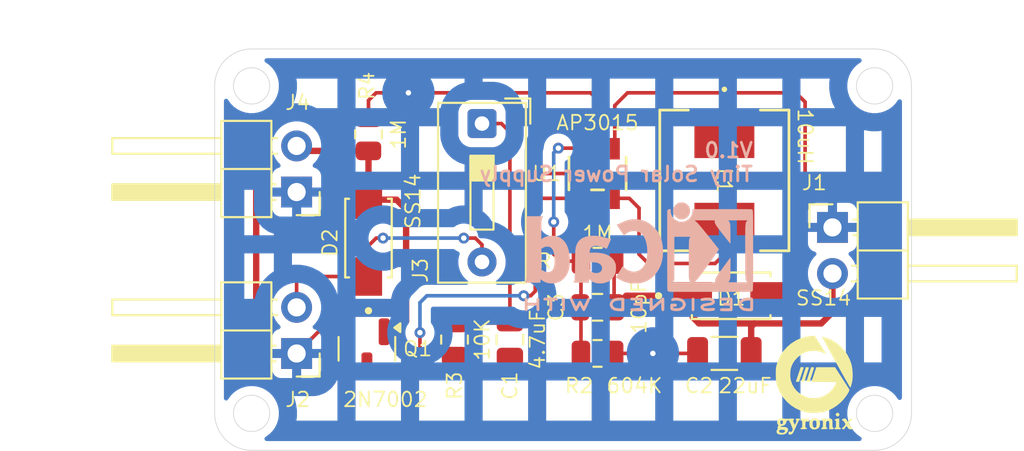
<source format=kicad_pcb>
(kicad_pcb (version 20241229) (generator "pcbnew") (generator_version "9.0")
  (layers (0 "F.Cu" signal "Front") (2 "B.Cu" signal "Back") (13 "F.Paste" user) (15 "B.Paste" user) (5 "F.SilkS" user "F.Silkscreen") (7 "B.SilkS" user "B.Silkscreen") (1 "F.Mask" user) (3 "B.Mask" user) (25 "Edge.Cuts" user))
  (net 0 "")
  (net 1 "GNDD")
  (net 2 "Net-(J3-Pin_1)")
  (net 3 "/OUT_P")
  (net 4 "Net-(U1-FB)")
  (net 5 "Net-(U1-SW)")
  (net 6 "/SOLAR_P")
  (net 7 "/BAT_P")
  (net 8 "Net-(Q1-D)")
  (footprint "Resistor_SMD:R_0805_2012Metric" (layer "F.Cu") (at 95.25 100.33)
    (property "Reference" "R2" (at -1.016 1.778 0) (layer "F.SilkS") (effects (font (size 0.8 0.8) (thickness 0.1))))
    (property "Value" "604K" (at 2.032 1.778 180) (layer "F.SilkS") (effects (font (size 0.8 0.8) (thickness 0.1))))
    (pad "1" smd roundrect (at -0.9125 0) (size 1.025 1.4) (layers "F.Cu" "F.Mask" "F.Paste") (roundrect_rratio 0.243902) (net 4 "Net-(U1-FB)"))
    (pad "2" smd roundrect (at 0.9125 0) (size 1.025 1.4) (layers "F.Cu" "F.Mask" "F.Paste") (roundrect_rratio 0.243902) (net 1 "GNDD"))
  )
  (footprint "Resistor_SMD:R_0805_2012Metric" (layer "F.Cu") (at 87.376 99.568 -90)
    (property "Reference" "R3" (at 2.54 0 270) (layer "F.SilkS") (effects (font (size 0.8 0.8) (thickness 0.1))))
    (property "Value" "10K" (at 0 -1.524 270) (layer "F.SilkS") (effects (font (size 0.8 0.8) (thickness 0.1))))
    (pad "1" smd roundrect (at -0.9125 0 270) (size 1.025 1.4) (layers "F.Cu" "F.Mask" "F.Paste") (roundrect_rratio 0.243902) (net 2 "Net-(J3-Pin_1)"))
    (pad "2" smd roundrect (at 0.9125 0 270) (size 1.025 1.4) (layers "F.Cu" "F.Mask" "F.Paste") (roundrect_rratio 0.243902) (net 8 "Net-(Q1-D)"))
  )
  (footprint "Connector_PinHeader_2.54mm:PinHeader_1x02_P2.54mm_Horizontal" (layer "F.Cu") (at 108.1878 93.3908)
    (property "Reference" "J1" (at -0.9998 -2.4588 0) (layer "F.SilkS") (effects (font (size 0.8 0.8) (thickness 0.1))))
    (property "Value" "Conn_01x02_Pin" (hide yes))
    (pad "1" thru_hole rect (at 0 0) (size 1.7 1.7) (drill 1) (layers "*.Cu" "*.Mask") (net 1 "GNDD"))
    (pad "2" thru_hole circle (at 0 2.54) (size 1.7 1.7) (drill 1) (layers "*.Cu" "*.Mask") (net 3 "/OUT_P"))
  )
  (footprint "Connector_PinHeader_2.54mm:PinHeader_1x02_P2.54mm_Horizontal" (layer "F.Cu") (at 78.68 100.335 180)
    (property "Reference" "J2" (at -0.06 -2.535 180) (layer "F.SilkS") (effects (font (size 0.8 0.8) (thickness 0.1))))
    (property "Value" "Conn_01x02_Pin" (hide yes))
    (pad "1" thru_hole rect (at 0 0 180) (size 1.7 1.7) (drill 1) (layers "*.Cu" "*.Mask") (net 1 "GNDD"))
    (pad "2" thru_hole circle (at 0 2.54 180) (size 1.7 1.7) (drill 1) (layers "*.Cu" "*.Mask") (net 7 "/BAT_P"))
  )
  (footprint "Capacitor_SMD:C_0805_2012Metric" (layer "F.Cu") (at 95.25 97.79 180)
    (property "Reference" "C3" (at 2.286 0 270) (layer "F.SilkS") (effects (font (size 0.8 0.8) (thickness 0.1))))
    (property "Value" "10pF" (at -2.286 0 90) (layer "F.SilkS") (effects (font (size 0.8 0.8) (thickness 0.1))))
    (pad "1" smd roundrect (at -0.95 0 180) (size 1 1.45) (layers "F.Cu" "F.Mask" "F.Paste") (net 3 "/OUT_P"))
    (pad "2" smd roundrect (at 0.95 0 180) (size 1 1.45) (layers "F.Cu" "F.Mask" "F.Paste") (net 4 "Net-(U1-FB)"))
  )
  (footprint "Button_Switch_THT:SW_DIP_SPSTx01_Slide_9.78x4.72mm_W7.62mm_P2.54mm" (layer "F.Cu") (at 88.8875 87.6725 -90)
    (property "Reference" "J3" (at 8.0855 3.3911 270) (layer "F.SilkS") (effects (font (size 0.8 0.8) (thickness 0.1))))
    (property "Value" "Conn_01x02_Pin" (hide yes))
    (pad "1" thru_hole roundrect (at 0 0 270) (size 1.6 1.6) (drill 0.8) (layers "*.Cu" "*.Mask") (roundrect_rratio 0.15625) (net 2 "Net-(J3-Pin_1)"))
    (pad "2" thru_hole circle (at 7.62 0 270) (size 1.6 1.6) (drill 0.8) (layers "*.Cu" "*.Mask") (net 7 "/BAT_P"))
  )
  (footprint "ul_AP3015AKTR-G1:SOT23-5_1P55X2P9_DIO" (layer "F.Cu") (at 95.25 90.424 -90)
    (property "Reference" "U1" (at 0 2.794 0) (layer "F.SilkS") (effects (font (size 0.8 0.8) (thickness 0.1))))
    (property "Value" "AP3015" (at -2.794 0 0) (layer "F.SilkS") (effects (font (size 0.8 0.8) (thickness 0.1))))
    (fp_text user "" (at -1.61925 -2.6518 90) (layer "F.SilkS"))
    (pad "1" smd rect (at -1.36525 -0.950001 270) (size 1.1811 0.5588) (layers "F.Cu" "F.Mask" "F.Paste") (net 5 "Net-(U1-SW)"))
    (pad "2" smd rect (at -1.36525 0 270) (size 1.1811 0.5588) (layers "F.Cu" "F.Mask" "F.Paste") (net 1 "GNDD"))
    (pad "3" smd rect (at -1.36525 0.950001 270) (size 1.1811 0.5588) (layers "F.Cu" "F.Mask" "F.Paste") (net 4 "Net-(U1-FB)"))
    (pad "4" smd rect (at 1.36525 0.950001 270) (size 1.1811 0.5588) (layers "F.Cu" "F.Mask" "F.Paste") (net 8 "Net-(Q1-D)"))
    (pad "5" smd rect (at 1.36525 -0.950001 270) (size 1.1811 0.5588) (layers "F.Cu" "F.Mask" "F.Paste") (net 2 "Net-(J3-Pin_1)"))
  )
  (footprint "Package_TO_SOT_SMD:SOT-23" (layer "F.Cu") (at 82.55 100.076 -90)
    (property "Reference" "Q1" (at 0 -2.794 180) (layer "F.SilkS") (effects (font (size 0.8 0.8) (thickness 0.1))))
    (property "Value" "2N7002" (at 2.794 -1.016 180) (layer "F.SilkS") (effects (font (size 0.8 0.8) (thickness 0.1))))
    (pad "1" smd roundrect (at -0.9375 -0.95 270) (size 1.475 0.6) (layers "F.Cu" "F.Mask" "F.Paste") (net 6 "/SOLAR_P"))
    (pad "2" smd roundrect (at -0.9375 0.95 270) (size 1.475 0.6) (layers "F.Cu" "F.Mask" "F.Paste") (net 1 "GNDD"))
    (pad "3" smd roundrect (at 0.9375 0 270) (size 1.475 0.6) (layers "F.Cu" "F.Mask" "F.Paste") (net 8 "Net-(Q1-D)"))
  )
  (footprint "ul_ASPI-0630LR-100M-T15:IND_ASPI-0630LR_ABR" (layer "F.Cu") (at 102.235 90.805 -90)
    (property "Reference" "L1" (at 0 0 270) (layer "F.SilkS") (effects (font (size 0.8 0.8) (thickness 0.1))))
    (property "Value" "10uH" (at -2.413 -4.445 270) (layer "F.SilkS") (effects (font (size 0.8 0.8) (thickness 0.1))))
    (pad "1" smd rect (at -2.5654 0) (size 3.302 2.667) (layers "F.Cu" "F.Mask" "F.Paste") (net 5 "Net-(U1-SW)"))
    (pad "2" smd rect (at 2.5654 0) (size 3.302 2.667) (layers "F.Cu" "F.Mask" "F.Paste") (net 2 "Net-(J3-Pin_1)"))
  )
  (footprint "Resistor_SMD:R_0805_2012Metric" (layer "F.Cu") (at 95.25 95.25 180)
    (property "Reference" "R1" (at 2.54 0 180) (layer "F.SilkS") (effects (font (size 0.8 0.8) (thickness 0.1))))
    (property "Value" "1M" (at 0 1.524 180) (layer "F.SilkS") (effects (font (size 0.8 0.8) (thickness 0.1))))
    (pad "1" smd roundrect (at -0.9125 0 180) (size 1.025 1.4) (layers "F.Cu" "F.Mask" "F.Paste") (roundrect_rratio 0.243902) (net 3 "/OUT_P"))
    (pad "2" smd roundrect (at 0.9125 0 180) (size 1.025 1.4) (layers "F.Cu" "F.Mask" "F.Paste") (roundrect_rratio 0.243902) (net 4 "Net-(U1-FB)"))
  )
  (footprint "Capacitor_SMD:C_1206_3216Metric" (layer "F.Cu") (at 102.235 100.33 180)
    (property "Reference" "C2" (at 1.397 -1.778 0) (layer "F.SilkS") (effects (font (size 0.8 0.8) (thickness 0.1))))
    (property "Value" "22uF" (at -1.143 -1.778 0) (layer "F.SilkS") (effects (font (size 0.8 0.8) (thickness 0.1))))
    (pad "1" smd roundrect (at -1.475 0 180) (size 1.15 1.8) (layers "F.Cu" "F.Mask" "F.Paste") (roundrect_rratio 0.217391) (net 3 "/OUT_P"))
    (pad "2" smd roundrect (at 1.475 0 180) (size 1.15 1.8) (layers "F.Cu" "F.Mask" "F.Paste") (roundrect_rratio 0.217391) (net 1 "GNDD"))
  )
  (footprint "gyronix_logo:gyronix_logo_5.5mm" (layer "F.Cu") (at 107.188 102.108)
    (property "Reference" "G***" (hide yes))
    (property "Value" "LOGO" (hide yes))
  )
  (footprint "SS14:DIOM4325X250N" (layer "F.Cu") (at 102.61 97.155)
    (property "Reference" "D1" (at 0.006 0.127 0) (layer "F.SilkS") (effects (font (size 0.8 0.8) (thickness 0.1))))
    (property "Value" "SS14" (at 5.086 0.127 0) (layer "F.SilkS") (effects (font (size 0.8 0.8) (thickness 0.1))))
    (pad "A" smd rect (at 2.115 0) (size 2.12 1.5) (layers "F.Cu" "F.Mask" "F.Paste") (net 5 "Net-(U1-SW)"))
    (pad "C" smd rect (at -2.115 0) (size 2.12 1.5) (layers "F.Cu" "F.Mask" "F.Paste") (net 3 "/OUT_P"))
  )
  (footprint "SS14:DIOM4325X250N" (layer "F.Cu") (at 82.6375 93.98 90)
    (property "Reference" "D2" (at -0.254 -2.1195 90) (layer "F.SilkS") (effects (font (size 0.8 0.8) (thickness 0.1))))
    (property "Value" "SS14" (at 2.032 2.4525 90) (layer "F.SilkS") (effects (font (size 0.8 0.8) (thickness 0.1))))
    (pad "A" smd rect (at 2.115 0 90) (size 2.12 1.5) (layers "F.Cu" "F.Mask" "F.Paste") (net 6 "/SOLAR_P"))
    (pad "C" smd rect (at -2.115 0 90) (size 2.12 1.5) (layers "F.Cu" "F.Mask" "F.Paste") (net 7 "/BAT_P"))
  )
  (footprint "Connector_PinHeader_2.54mm:PinHeader_1x02_P2.54mm_Horizontal" (layer "F.Cu") (at 78.68 91.445 180)
    (property "Reference" "J4" (at -0.06 4.9326 0) (layer "F.SilkS") (effects (font (size 0.8 0.8) (thickness 0.1))))
    (property "Value" "Conn_01x02_Pin" (hide yes))
    (pad "1" thru_hole rect (at 0 0 180) (size 1.7 1.7) (drill 1) (layers "*.Cu" "*.Mask") (net 1 "GNDD"))
    (pad "2" thru_hole circle (at 0 2.54 180) (size 1.7 1.7) (drill 1) (layers "*.Cu" "*.Mask") (net 6 "/SOLAR_P"))
  )
  (footprint "Resistor_SMD:R_0805_2012Metric" (layer "F.Cu") (at 82.6375 88.265 90)
    (property "Reference" "R4" (at 2.667 -0.0875 270) (layer "F.SilkS") (effects (font (size 0.8 0.8) (thickness 0.1))))
    (property "Value" "1M" (at 0 1.65 90) (layer "F.SilkS") (effects (font (size 0.8 0.8) (thickness 0.1))))
    (pad "1" smd roundrect (at -0.9125 0 90) (size 1.025 1.4) (layers "F.Cu" "F.Mask" "F.Paste") (roundrect_rratio 0.243902) (net 6 "/SOLAR_P"))
    (pad "2" smd roundrect (at 0.9125 0 90) (size 1.025 1.4) (layers "F.Cu" "F.Mask" "F.Paste") (roundrect_rratio 0.243902) (net 1 "GNDD"))
  )
  (footprint "Capacitor_SMD:C_0805_2012Metric" (layer "F.Cu") (at 90.424 99.568 -90)
    (property "Reference" "C1" (at 2.54 0 270) (layer "F.SilkS") (effects (font (size 0.8 0.8) (thickness 0.1))))
    (property "Value" "4.7uF" (at 0 -1.524 270) (layer "F.SilkS") (effects (font (size 0.8 0.8) (thickness 0.1))))
    (pad "1" smd roundrect (at -0.95 0 270) (size 1 1.45) (layers "F.Cu" "F.Mask" "F.Paste") (net 2 "Net-(J3-Pin_1)"))
    (pad "2" smd roundrect (at 0.95 0 270) (size 1 1.45) (layers "F.Cu" "F.Mask" "F.Paste") (net 1 "GNDD"))
  )
  (footprint "Symbol:KiCad-Logo2_5mm_SilkScreen" (layer "B.Cu") (at 97.536 94.996 180)
    (property "Reference" "REF**" (hide yes))
    (property "Value" "KiCad-Logo2_5mm_SilkScreen" (hide yes))
  )
  (gr_arc (start 112.538 103.632) (mid 111.942841 105.068841) (end 110.506 105.664) (stroke (width 0.0381)) (layer "Edge.Cuts"))
  (gr_line (start 112.538 85.598) (end 112.538 103.632) (stroke (width 0.0381)) (layer "Edge.Cuts"))
  (gr_line (start 110.506 105.664) (end 76.2 105.664) (stroke (width 0.0381)) (layer "Edge.Cuts"))
  (gr_arc (start 110.506 83.566) (mid 111.942841 84.161159) (end 112.538 85.598) (stroke (width 0.0381)) (layer "Edge.Cuts"))
  (gr_line (start 76.2 83.566) (end 110.506 83.566) (stroke (width 0.0381)) (layer "Edge.Cuts"))
  (gr_circle (center 76.2 85.598) (end 77.2 85.598) (stroke (width 0.0381)) (fill no) (layer "Edge.Cuts"))
  (gr_circle (center 110.506 103.632) (end 111.506 103.632) (stroke (width 0.0381)) (fill no) (layer "Edge.Cuts"))
  (gr_arc (start 74.168 85.598) (mid 74.763159 84.161159) (end 76.2 83.566) (stroke (width 0.0381)) (layer "Edge.Cuts"))
  (gr_line (start 74.168 103.632) (end 74.168 85.598) (stroke (width 0.0381)) (layer "Edge.Cuts"))
  (gr_circle (center 76.2 103.632) (end 77.2 103.632) (stroke (width 0.0381)) (fill no) (layer "Edge.Cuts"))
  (gr_circle (center 110.506 85.598) (end 111.506 85.598) (stroke (width 0.0381)) (fill no) (layer "Edge.Cuts"))
  (gr_arc (start 76.2 105.664) (mid 74.763159 105.068841) (end 74.168 103.632) (stroke (width 0.0381)) (layer "Edge.Cuts"))
  (gr_text "V1.0\nTiny Solar Power Supply" (at 103.886 90.932 0) (layer "B.SilkS") (effects (font (size 0.8128 0.8128) (thickness 0.1524) (bold yes)) (justify left bottom mirror)))
  (segment (start 82.6375 86.3995) (end 82.6375 87.3525) (width 0.2) (layer "F.Cu") (net 1))
  (segment (start 95.885 101.473) (end 90.678 101.473) (width 0.2) (layer "F.Cu") (net 1))
  (segment (start 95.25 86.36) (end 94.869 85.979) (width 0.2) (layer "F.Cu") (net 1))
  (segment (start 98.298 100.33) (end 100.76 100.33) (width 0.2) (layer "F.Cu") (net 1))
  (segment (start 78.68 91.445) (end 76.957 91.445) (width 0.35) (layer "F.Cu") (net 1))
  (segment (start 77.094 100.335) (end 78.68 100.335) (width 0.35) (layer "F.Cu") (net 1))
  (segment (start 90.424 100.518) (end 90.363 100.518) (width 0.2) (layer "F.Cu") (net 1))
  (segment (start 108.2336 93.345) (end 108.1878 93.3908) (width 0.2) (layer "F.Cu") (net 1))
  (segment (start 77.2395 87.3525) (end 82.6375 87.3525) (width 0.35) (layer "F.Cu") (net 1))
  (segment (start 100.838 100.408) (end 100.76 100.33) (width 0.2) (layer "F.Cu") (net 1))
  (segment (start 79.8765 99.1385) (end 78.68 100.335) (width 0.2) (layer "F.Cu") (net 1))
  (segment (start 95.25 89.05875) (end 95.25 86.36) (width 0.2) (layer "F.Cu") (net 1))
  (segment (start 76.454 91.948) (end 76.454 88.138) (width 0.35) (layer "F.Cu") (net 1))
  (segment (start 78.685 91.44) (end 78.68 91.445) (width 0.35) (layer "F.Cu") (net 1))
  (segment (start 76.957 91.445) (end 76.454 91.948) (width 0.35) (layer "F.Cu") (net 1))
  (segment (start 76.454 99.695) (end 77.094 100.335) (width 0.35) (layer "F.Cu") (net 1))
  (segment (start 81.6 99.1385) (end 81.6 98.872) (width 0.2) (layer "F.Cu") (net 1))
  (segment (start 96.1625 101.1955) (end 95.885 101.473) (width 0.2) (layer "F.Cu") (net 1))
  (segment (start 96.1625 100.33) (end 98.298 100.33) (width 0.2) (layer "F.Cu") (net 1))
  (segment (start 90.678 101.473) (end 90.424 101.219) (width 0.2) (layer "F.Cu") (net 1))
  (segment (start 90.424 101.219) (end 90.424 100.518) (width 0.2) (layer "F.Cu") (net 1))
  (segment (start 84.836 85.979) (end 83.058 85.979) (width 0.2) (layer "F.Cu") (net 1))
  (segment (start 83.058 85.979) (end 82.6375 86.3995) (width 0.2) (layer "F.Cu") (net 1))
  (segment (start 94.869 85.979) (end 84.836 85.979) (width 0.2) (layer "F.Cu") (net 1))
  (segment (start 76.454 91.948) (end 76.454 99.695) (width 0.35) (layer "F.Cu") (net 1))
  (segment (start 81.6 99.1385) (end 79.8765 99.1385) (width 0.2) (layer "F.Cu") (net 1))
  (segment (start 76.454 88.138) (end 77.2395 87.3525) (width 0.35) (layer "F.Cu") (net 1))
  (segment (start 96.1625 100.33) (end 96.1625 101.1955) (width 0.2) (layer "F.Cu") (net 1))
  (via (at 84.836 85.979) (size 0.6) (drill 0.3) (layers "F.Cu" "B.Cu") (net 1))
  (via (at 98.298 100.33) (size 0.6) (drill 0.3) (layers "F.Cu" "B.Cu") (net 1))
  (segment (start 98.044 95.377) (end 97.536 94.869) (width 0.2) (layer "F.Cu") (net 2))
  (segment (start 90.424 88.138) (end 89.9585 87.6725) (width 0.2) (layer "F.Cu") (net 2))
  (segment (start 89.9585 87.6725) (end 88.8875 87.6725) (width 0.2) (layer "F.Cu") (net 2))
  (segment (start 88.93 87.63) (end 88.8875 87.6725) (width 0.2) (layer "F.Cu") (net 2))
  (segment (start 90.424 90.678) (end 90.424 88.138) (width 0.2) (layer "F.Cu") (net 2))
  (segment (start 96.266 91.855249) (end 96.200001 91.78925) (width 0.2) (layer "F.Cu") (net 2))
  (segment (start 96.99625 91.78925) (end 96.200001 91.78925) (width 0.2) (layer "F.Cu") (net 2))
  (segment (start 96.200001 91.78925) (end 96.200001 90.866001) (width 0.2) (layer "F.Cu") (net 2))
  (segment (start 95.758 90.424) (end 90.678 90.424) (width 0.2) (layer "F.Cu") (net 2))
  (segment (start 90.3865 98.6555) (end 90.424 98.618) (width 0.2) (layer "F.Cu") (net 2))
  (segment (start 90.424 98.618) (end 90.424 90.678) (width 0.2) (layer "F.Cu") (net 2))
  (segment (start 101.727 95.377) (end 98.044 95.377) (width 0.2) (layer "F.Cu") (net 2))
  (segment (start 96.200001 90.866001) (end 95.758 90.424) (width 0.2) (layer "F.Cu") (net 2))
  (segment (start 90.678 90.424) (end 90.424 90.678) (width 0.2) (layer "F.Cu") (net 2))
  (segment (start 97.536 94.869) (end 97.536 92.329) (width 0.2) (layer "F.Cu") (net 2))
  (segment (start 102.235 93.3704) (end 102.235 94.869) (width 0.2) (layer "F.Cu") (net 2))
  (segment (start 97.536 92.329) (end 96.99625 91.78925) (width 0.2) (layer "F.Cu") (net 2))
  (segment (start 87.376 98.6555) (end 90.3865 98.6555) (width 0.2) (layer "F.Cu") (net 2))
  (segment (start 102.235 94.869) (end 101.727 95.377) (width 0.2) (layer "F.Cu") (net 2))
  (segment (start 96.1625 97.8275) (end 96.2 97.79) (width 0.2) (layer "F.Cu") (net 3))
  (segment (start 107.569 98.679) (end 108.204 98.044) (width 0.35) (layer "F.Cu") (net 3))
  (segment (start 96.1625 97.7525) (end 96.2 97.79) (width 0.2) (layer "F.Cu") (net 3))
  (segment (start 100.495 97.155) (end 100.495 98.336) (width 0.35) (layer "F.Cu") (net 3))
  (segment (start 96.2 95.2875) (end 96.1625 95.25) (width 0.2) (layer "F.Cu") (net 3))
  (segment (start 100.495 97.155) (end 96.835 97.155) (width 0.35) (layer "F.Cu") (net 3))
  (segment (start 103.71 98.855) (end 103.886 98.679) (width 0.35) (layer "F.Cu") (net 3))
  (segment (start 96.1625 95.25) (end 96.1625 97.7525) (width 0.2) (layer "F.Cu") (net 3))
  (segment (start 100.495 98.336) (end 100.838 98.679) (width 0.35) (layer "F.Cu") (net 3))
  (segment (start 103.71 100.33) (end 103.71 98.855) (width 0.35) (layer "F.Cu") (net 3))
  (segment (start 108.204 98.044) (end 108.1878 98.0278) (width 0.35) (layer "F.Cu") (net 3))
  (segment (start 108.1878 98.0278) (end 108.1878 95.9308) (width 0.35) (layer "F.Cu") (net 3))
  (segment (start 100.838 98.679) (end 103.886 98.679) (width 0.35) (layer "F.Cu") (net 3))
  (segment (start 96.835 97.155) (end 96.2 97.79) (width 0.35) (layer "F.Cu") (net 3))
  (segment (start 103.886 98.679) (end 107.569 98.679) (width 0.35) (layer "F.Cu") (net 3))
  (segment (start 94.3375 97.7525) (end 94.3375 95.25) (width 0.2) (layer "F.Cu") (net 4))
  (segment (start 94.3 97.79) (end 94.3375 97.7525) (width 0.2) (layer "F.Cu") (net 4))
  (segment (start 94.3375 100.33) (end 94.234 100.33) (width 0.2) (layer "F.Cu") (net 4))
  (segment (start 94.3375 95.25) (end 93.218 95.25) (width 0.2) (layer "F.Cu") (net 4))
  (segment (start 92.837 94.869) (end 92.837 93.091) (width 0.2) (layer "F.Cu") (net 4))
  (segment (start 93.091 89.027) (end 94.268249 89.027) (width 0.2) (layer "F.Cu") (net 4))
  (segment (start 93.218 95.25) (end 92.837 94.869) (width 0.2) (layer "F.Cu") (net 4))
  (segment (start 94.268249 89.027) (end 94.299999 89.05875) (width 0.2) (layer "F.Cu") (net 4))
  (segment (start 94.234 88.992751) (end 94.299999 89.05875) (width 0.2) (layer "F.Cu") (net 4))
  (segment (start 94.3375 100.33) (end 94.3375 97.8275) (width 0.2) (layer "F.Cu") (net 4))
  (segment (start 94.234 100.33) (end 94.107 100.203) (width 0.2) (layer "F.Cu") (net 4))
  (segment (start 94.3375 97.8275) (end 94.3 97.79) (width 0.2) (layer "F.Cu") (net 4))
  (via (at 92.837 93.091) (size 0.6) (drill 0.3) (layers "F.Cu" "B.Cu") (net 4))
  (via (at 93.091 89.027) (size 0.6) (drill 0.3) (layers "F.Cu" "B.Cu") (net 4))
  (segment (start 92.837 93.091) (end 92.837 89.281) (width 0.2) (layer "B.Cu") (net 4))
  (segment (start 92.837 89.281) (end 93.091 89.027) (width 0.2) (layer "B.Cu") (net 4))
  (segment (start 106.172 97.155) (end 106.68 96.647) (width 0.2) (layer "F.Cu") (net 5))
  (segment (start 104.725 97.155) (end 106.172 97.155) (width 0.2) (layer "F.Cu") (net 5))
  (segment (start 102.616 85.979) (end 102.362 85.979) (width 0.2) (layer "F.Cu") (net 5))
  (segment (start 106.68 86.487) (end 106.172 85.979) (width 0.2) (layer "F.Cu") (net 5))
  (segment (start 96.200001 86.679999) (end 96.200001 89.05875) (width 0.2) (layer "F.Cu") (net 5))
  (segment (start 106.172 85.979) (end 102.616 85.979) (width 0.2) (layer "F.Cu") (net 5))
  (segment (start 96.901 85.979) (end 96.200001 86.679999) (width 0.2) (layer "F.Cu") (net 5))
  (segment (start 102.362 88.1126) (end 102.235 88.2396) (width 0.2) (layer "F.Cu") (net 5))
  (segment (start 102.362 85.979) (end 102.362 88.1126) (width 0.2) (layer "F.Cu") (net 5))
  (segment (start 102.362 85.979) (end 96.901 85.979) (width 0.2) (layer "F.Cu") (net 5))
  (segment (start 106.68 96.647) (end 106.68 86.487) (width 0.2) (layer "F.Cu") (net 5))
  (segment (start 83.5 99.1385) (end 84.1225 99.1385) (width 0.35) (layer "F.Cu") (net 6))
  (segment (start 78.9525 89.1775) (end 78.68 88.905) (width 0.35) (layer "F.Cu") (net 6))
  (segment (start 84.709 92.3925) (end 84.1815 91.865) (width 0.35) (layer "F.Cu") (net 6))
  (segment (start 84.709 98.552) (end 84.709 92.3925) (width 0.35) (layer "F.Cu") (net 6))
  (segment (start 82.6375 89.1775) (end 78.9525 89.1775) (width 0.35) (layer "F.Cu") (net 6))
  (segment (start 84.1815 91.865) (end 82.6375 91.865) (width 0.35) (layer "F.Cu") (net 6))
  (segment (start 84.1225 99.1385) (end 84.709 98.552) (width 0.35) (layer "F.Cu") (net 6))
  (segment (start 82.6375 89.1775) (end 82.6375 91.865) (width 0.35) (layer "F.Cu") (net 6))
  (segment (start 82.7205 91.948) (end 82.6375 91.865) (width 0.35) (layer "F.Cu") (net 6))
  (segment (start 82.6375 94.4005) (end 83.058 93.98) (width 0.2) (layer "F.Cu") (net 7))
  (segment (start 78.68 96.326) (end 78.68 97.795) (width 0.2) (layer "F.Cu") (net 7))
  (segment (start 82.6375 96.095) (end 82.6375 94.4005) (width 0.2) (layer "F.Cu") (net 7))
  (segment (start 82.6375 96.095) (end 78.911 96.095) (width 0.2) (layer "F.Cu") (net 7))
  (segment (start 87.884 93.98) (end 88.519 93.98) (width 0.2) (layer "F.Cu") (net 7))
  (segment (start 83.058 93.98) (end 83.439 93.98) (width 0.2) (layer "F.Cu") (net 7))
  (segment (start 88.8875 94.3485) (end 88.8875 95.2925) (width 0.2) (layer "F.Cu") (net 7))
  (segment (start 78.911 96.095) (end 78.68 96.326) (width 0.2) (layer "F.Cu") (net 7))
  (segment (start 88.519 93.98) (end 88.8875 94.3485) (width 0.2) (layer "F.Cu") (net 7))
  (via (at 87.884 93.98) (size 0.6) (drill 0.3) (layers "F.Cu" "B.Cu") (net 7))
  (via (at 83.439 93.98) (size 0.6) (drill 0.3) (layers "F.Cu" "B.Cu") (net 7))
  (segment (start 83.439 93.98) (end 87.884 93.98) (width 0.2) (layer "B.Cu") (net 7))
  (segment (start 91.821 96.901) (end 91.567 97.155) (width 0.2) (layer "F.Cu") (net 8))
  (segment (start 92.456 91.78925) (end 92.10675 91.78925) (width 0.2) (layer "F.Cu") (net 8))
  (segment (start 85.471 99.187) (end 85.471 100.6325) (width 0.2) (layer "F.Cu") (net 8))
  (segment (start 82.55 101.0135) (end 85.852 101.0135) (width 0.2) (layer "F.Cu") (net 8))
  (segment (start 91.821 92.075) (end 91.821 96.901) (width 0.2) (layer "F.Cu") (net 8))
  (segment (start 92.10675 91.78925) (end 91.821 92.075) (width 0.2) (layer "F.Cu") (net 8))
  (segment (start 85.852 101.0135) (end 86.843 101.0135) (width 0.2) (layer "F.Cu") (net 8))
  (segment (start 86.843 101.0135) (end 87.376 100.4805) (width 0.2) (layer "F.Cu") (net 8))
  (segment (start 94.268249 91.821) (end 94.299999 91.78925) (width 0.2) (layer "F.Cu") (net 8))
  (segment (start 91.567 97.155) (end 91.186 97.155) (width 0.2) (layer "F.Cu") (net 8))
  (segment (start 94.299999 91.78925) (end 92.456 91.78925) (width 0.2) (layer "F.Cu") (net 8))
  (segment (start 85.471 100.6325) (end 85.852 101.0135) (width 0.2) (layer "F.Cu") (net 8))
  (via (at 91.186 97.155) (size 0.6) (drill 0.3) (layers "F.Cu" "B.Cu") (net 8))
  (via (at 85.471 99.187) (size 0.6) (drill 0.3) (layers "F.Cu" "B.Cu") (net 8))
  (segment (start 85.471 97.536) (end 85.471 99.187) (width 0.2) (layer "B.Cu") (net 8))
  (segment (start 91.186 97.155) (end 85.852 97.155) (width 0.2) (layer "B.Cu") (net 8))
  (segment (start 85.852 97.155) (end 85.471 97.536) (width 0.2) (layer "B.Cu") (net 8))
  (zone (net 1) (net_name "GNDD") (layer "B.Cu") (connect_pads (clearance 0.5)) (min_thickness 0.25) (fill yes (mode hatch) (thermal_gap 0.5) (thermal_bridge_width 0.5) (hatch_thickness 1) (hatch_gap 2.5) (hatch_orientation 0) (hatch_border_algorithm hatch_thickness) (hatch_min_hole_area 0.3))
    (polygon (pts (xy 76.2 84.074) (xy 110.49 84.074) (xy 112.014 85.598) (xy 112.014 103.632) (xy 110.49 105.156) (xy 76.2 105.156) (xy 74.676 103.632) (xy 74.676 85.598)))
  )
)
</source>
